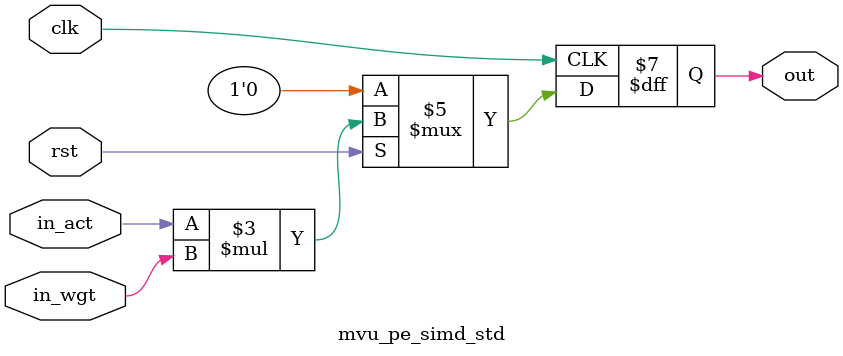
<source format=sv>
/*******************************************************************************
 *
 *  Authors: Syed Asad Alam <syed.asad.alam@tcd.ie>
 *
 *  \file mvu_pe_simd_std.sv
 *
 * This file lists an RTL implementation of a SIMD unit based on standard
 * multiplication. It is part of a processing element
 * which is part of the Matrix-Vector-Multiplication Unit
 *
 * This material is based upon work supported, in part, by Science Foundation
 * Ireland, www.sfi.ie under Grant No. 13/RC/2094 and, in part, by the 
 * European Union's Horizon 2020 research and innovation programme under the 
 * Marie Sklodowska-Curie grant agreement Grant No.754489. 
 * 
 *******************************************************************************/


/*************************************************
 * SIMD unit
 * Performs multiplication of two data
 * **********************************************/

// Including the package definition file
`include "mvau_defn.pkg" // compile the package file

module mvu_pe_simd_std #(parameter int TI=1,
		  parameter int TW=1,
		  parameter int TO=1)
   ( input logic rst,
     input logic 	   clk,
     input logic [TI-1:0]  in_act, //Input activation
     input logic [TW-1:0]  in_wgt, //Input weight
     output logic [TO-1:0] out); //Output   

   /***************************************
    * SIMD only performs multiplication
    * ************************************/
   always_ff @(posedge clk) begin: SIMD_MUL
      if(!rst)
	out <= 'd0;
      else
	out <= in_act*in_wgt;
   end

endmodule // mvu_simd


</source>
